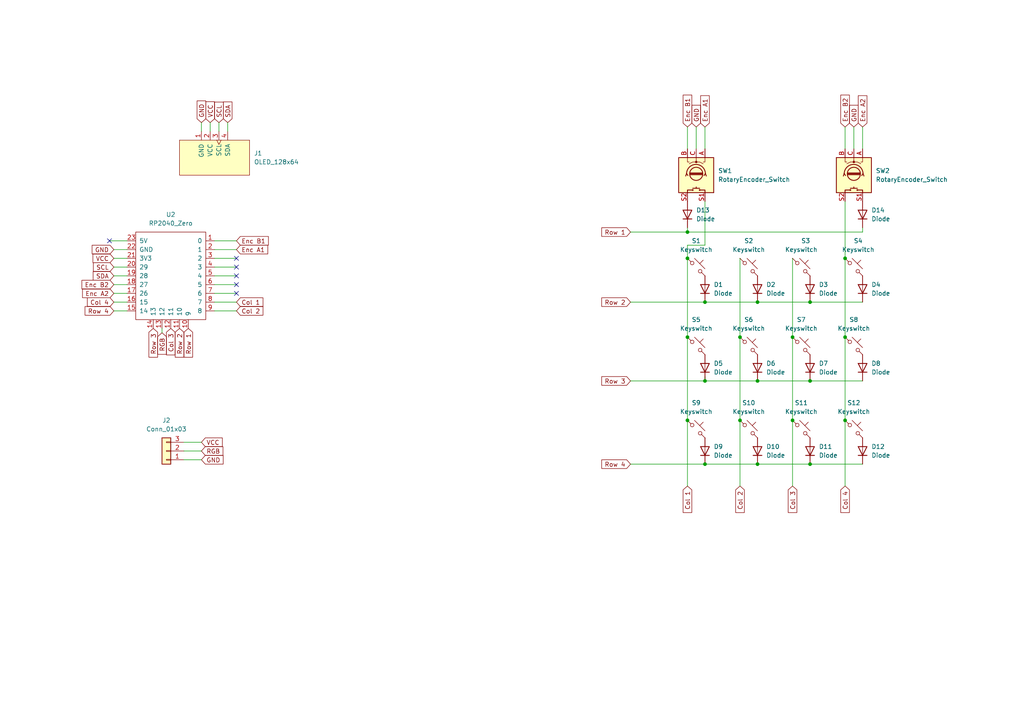
<source format=kicad_sch>
(kicad_sch (version 20250114) (generator "eeschema") (generator_version "9.0")
  (paper "A4")
  (lib_symbols
    (symbol "Connector_Generic:Conn_01x03" (pin_names (offset 1.016) (hide yes))
      (property "Reference" "J" (at 0 5.08 0))
      (property "Value" "Conn_01x03" (at 0 -5.08 0))
      (symbol "Conn_01x03_1_1"
        (rectangle (start -1.27 3.81) (end 1.27 -3.81) (stroke (width 0.254)) (fill (type background)))
        (rectangle (start -1.27 2.667) (end 0 2.413) (stroke (width 0.1524)))
        (rectangle (start -1.27 0.127) (end 0 -0.127) (stroke (width 0.1524)))
        (rectangle (start -1.27 -2.413) (end 0 -2.667) (stroke (width 0.1524)))
        (pin passive line (at -5.08 2.54 0) (length 3.81) (name "Pin_1") (number "1"))
        (pin passive line (at -5.08 0 0) (length 3.81) (name "Pin_2") (number "2"))
        (pin passive line (at -5.08 -2.54 0) (length 3.81) (name "Pin_3") (number "3"))
      )
    )
    (symbol "Device:RotaryEncoder_Switch" (pin_names (offset 0.254) (hide yes))
      (property "Reference" "SW" (at 0 6.604 0))
      (property "Value" "RotaryEncoder_Switch" (at 0 -6.604 0))
      (symbol "RotaryEncoder_Switch_0_1"
        (rectangle (start -5.08 5.08) (end 5.08 -5.08) (stroke (width 0.254)) (fill (type background)))
        (polyline (pts (xy -5.08 2.54) (xy -3.81 2.54) (xy -3.81 2.032)))
        (polyline (pts (xy -5.08 0) (xy -3.81 0) (xy -3.81 -1.016) (xy -3.302 -2.032)))
        (polyline (pts (xy -5.08 -2.54) (xy -3.81 -2.54) (xy -3.81 -2.032)))
        (polyline (pts (xy -4.318 0) (xy -3.81 0) (xy -3.81 1.016) (xy -3.302 2.032)))
        (circle (center -3.81 0) (radius 0.254) (fill (type outline)))
        (polyline (pts (xy -0.635 -1.778) (xy -0.635 1.778)) (stroke (width 0.254)))
        (circle (center -0.381 0) (radius 1.905) (stroke (width 0.254)))
        (polyline (pts (xy -0.381 -1.778) (xy -0.381 1.778)) (stroke (width 0.254)))
        (arc (start -0.381 -2.794) (mid -3.0988 -0.0635) (end -0.381 2.667) (stroke (width 0.254)))
        (polyline (pts (xy -0.127 1.778) (xy -0.127 -1.778)) (stroke (width 0.254)))
        (polyline (pts (xy 0.254 2.921) (xy -0.508 2.667) (xy 0.127 2.286)) (stroke (width 0.254)))
        (polyline (pts (xy 0.254 -3.048) (xy -0.508 -2.794) (xy 0.127 -2.413)) (stroke (width 0.254)))
        (polyline (pts (xy 3.81 1.016) (xy 3.81 -1.016)) (stroke (width 0.254)))
        (polyline (pts (xy 3.81 0) (xy 3.429 0)) (stroke (width 0.254)))
        (circle (center 4.318 1.016) (radius 0.127) (stroke (width 0.254)))
        (circle (center 4.318 -1.016) (radius 0.127) (stroke (width 0.254)))
        (polyline (pts (xy 5.08 2.54) (xy 4.318 2.54) (xy 4.318 1.016)) (stroke (width 0.254)))
        (polyline (pts (xy 5.08 -2.54) (xy 4.318 -2.54) (xy 4.318 -1.016)) (stroke (width 0.254)))
      )
      (symbol "RotaryEncoder_Switch_1_1"
        (pin passive line (at -7.62 2.54 0) (length 2.54) (name "A") (number "A"))
        (pin passive line (at -7.62 0 0) (length 2.54) (name "C") (number "C"))
        (pin passive line (at -7.62 -2.54 0) (length 2.54) (name "B") (number "B"))
        (pin passive line (at 7.62 2.54 180) (length 2.54) (name "S1") (number "S1"))
        (pin passive line (at 7.62 -2.54 180) (length 2.54) (name "S2") (number "S2"))
      )
    )
    (symbol "ScottoKeebs:MCU_RP2040_Zero" (pin_names (offset 1.016))
      (property "Reference" "U" (at 0 15.24 0))
      (property "Value" "RP2040_Zero" (at 0 12.7 0))
      (symbol "MCU_RP2040_Zero_0_1"
        (rectangle (start -10.16 11.43) (end 10.16 -13.97))
      )
      (symbol "MCU_RP2040_Zero_1_1"
        (pin power_out line (at -12.7 8.89 0) (length 2.54) (name "5V") (number "23"))
        (pin power_out line (at -12.7 6.35 0) (length 2.54) (name "GND") (number "22"))
        (pin power_out line (at -12.7 3.81 0) (length 2.54) (name "3V3") (number "21"))
        (pin bidirectional line (at -12.7 1.27 0) (length 2.54) (name "29") (number "20"))
        (pin bidirectional line (at -12.7 -1.27 0) (length 2.54) (name "28") (number "19"))
        (pin bidirectional line (at -12.7 -3.81 0) (length 2.54) (name "27") (number "18"))
        (pin bidirectional line (at -12.7 -6.35 0) (length 2.54) (name "26") (number "17"))
        (pin bidirectional line (at -12.7 -8.89 0) (length 2.54) (name "15") (number "16"))
        (pin bidirectional line (at -12.7 -11.43 0) (length 2.54) (name "14") (number "15"))
        (pin bidirectional line (at -5.08 -16.51 90) (length 2.54) (name "13") (number "14"))
        (pin bidirectional line (at -2.54 -16.51 90) (length 2.54) (name "12") (number "13"))
        (pin bidirectional line (at 0 -16.51 90) (length 2.54) (name "11") (number "12"))
        (pin bidirectional line (at 2.54 -16.51 90) (length 2.54) (name "10") (number "11"))
        (pin bidirectional line (at 5.08 -16.51 90) (length 2.54) (name "9") (number "10"))
        (pin bidirectional line (at 12.7 8.89 180) (length 2.54) (name "0") (number "1"))
        (pin bidirectional line (at 12.7 6.35 180) (length 2.54) (name "1") (number "2"))
        (pin bidirectional line (at 12.7 3.81 180) (length 2.54) (name "2") (number "3"))
        (pin bidirectional line (at 12.7 1.27 180) (length 2.54) (name "3") (number "4"))
        (pin bidirectional line (at 12.7 -1.27 180) (length 2.54) (name "4") (number "5"))
        (pin bidirectional line (at 12.7 -3.81 180) (length 2.54) (name "5") (number "6"))
        (pin bidirectional line (at 12.7 -6.35 180) (length 2.54) (name "6") (number "7"))
        (pin bidirectional line (at 12.7 -8.89 180) (length 2.54) (name "7") (number "8"))
        (pin bidirectional line (at 12.7 -11.43 180) (length 2.54) (name "8") (number "9"))
      )
    )
    (symbol "ScottoKeebs:OLED_128x64" (pin_names (offset 1.016))
      (property "Reference" "J" (at 0 -11.43 0))
      (property "Value" "OLED_128x64" (at 0 -7.62 0))
      (symbol "OLED_128x64_0_1"
        (rectangle (start 10.16 -10.16) (end -10.16 0) (fill (type background)))
      )
      (symbol "OLED_128x64_1_1"
        (pin power_in line (at -3.81 2.54 270) (length 2.54) (name "GND") (number "1"))
        (pin power_in line (at -1.27 2.54 270) (length 2.54) (name "VCC") (number "2"))
        (pin input clock (at 1.27 2.54 270) (length 2.54) (name "SCL") (number "3"))
        (pin bidirectional line (at 3.81 2.54 270) (length 2.54) (name "SDA") (number "4"))
      )
    )
    (symbol "ScottoKeebs:Placeholder_Diode" (pin_numbers (hide yes)) (pin_names (hide yes))
      (property "Reference" "D" (at 0 2.54 0))
      (property "Value" "Diode" (at 0 -2.54 0))
      (symbol "Placeholder_Diode_0_1"
        (polyline (pts (xy -1.27 1.27) (xy -1.27 -1.27)) (stroke (width 0.254)))
        (polyline (pts (xy 1.27 1.27) (xy 1.27 -1.27) (xy -1.27 0) (xy 1.27 1.27)) (stroke (width 0.254)))
        (polyline (pts (xy 1.27 0) (xy -1.27 0)))
      )
      (symbol "Placeholder_Diode_1_1"
        (pin passive line (at -3.81 0 0) (length 2.54) (name "K") (number "1"))
        (pin passive line (at 3.81 0 180) (length 2.54) (name "A") (number "2"))
      )
    )
    (symbol "ScottoKeebs:Placeholder_Keyswitch" (pin_numbers (hide yes)) (pin_names (offset 1.016) (hide yes))
      (property "Reference" "S" (at 3.048 1.016 0))
      (property "Value" "Keyswitch" (at 0 -3.81 0))
      (symbol "Placeholder_Keyswitch_0_1"
        (polyline (pts (xy -2.54 2.54) (xy -1.524 1.524) (xy -1.524 1.524)))
        (circle (center -1.1684 1.1684) (radius 0.508))
        (polyline (pts (xy -0.508 2.54) (xy 2.54 -0.508)))
        (polyline (pts (xy 1.016 1.016) (xy 2.032 2.032)))
        (circle (center 1.143 -1.1938) (radius 0.508))
        (polyline (pts (xy 1.524 -1.524) (xy 2.54 -2.54) (xy 2.54 -2.54) (xy 2.54 -2.54)))
        (pin passive line (at -2.54 2.54 0) (length 0) (name "1") (number "1"))
        (pin passive line (at 2.54 -2.54 180) (length 0) (name "2") (number "2"))
      )
    )
  )
  (junction (at 219.71 134.62))
  (junction (at 214.63 97.79))
  (junction (at 204.47 134.62))
  (junction (at 234.95 134.62))
  (junction (at 219.71 110.49))
  (junction (at 204.47 87.63))
  (junction (at 199.39 74.93))
  (junction (at 229.87 97.79))
  (junction (at 214.63 121.92))
  (junction (at 204.47 110.49))
  (junction (at 199.39 121.92))
  (junction (at 219.71 87.63))
  (junction (at 234.95 87.63))
  (junction (at 199.39 97.79))
  (junction (at 199.39 67.31))
  (junction (at 229.87 121.92))
  (junction (at 245.11 121.92))
  (junction (at 245.11 74.93))
  (junction (at 234.95 110.49))
  (junction (at 245.11 97.79))
  (no_connect (at 68.58 85.09))
  (no_connect (at 68.58 74.93))
  (no_connect (at 31.75 69.85))
  (no_connect (at 68.58 80.01))
  (no_connect (at 68.58 77.47))
  (no_connect (at 68.58 82.55))
  (wire (pts (xy 229.87 74.93) (xy 229.87 97.79)))
  (wire (pts (xy 62.23 90.17) (xy 68.58 90.17)))
  (wire (pts (xy 62.23 69.85) (xy 68.58 69.85)))
  (wire (pts (xy 60.96 35.56) (xy 60.96 38.1)))
  (wire (pts (xy 62.23 87.63) (xy 68.58 87.63)))
  (wire (pts (xy 182.88 110.49) (xy 204.47 110.49)))
  (wire (pts (xy 204.47 58.42) (xy 204.47 71.12)))
  (wire (pts (xy 204.47 110.49) (xy 219.71 110.49)))
  (wire (pts (xy 204.47 134.62) (xy 219.71 134.62)))
  (wire (pts (xy 245.11 140.97) (xy 245.11 121.92)))
  (wire (pts (xy 33.02 87.63) (xy 36.83 87.63)))
  (wire (pts (xy 234.95 134.62) (xy 250.19 134.62)))
  (wire (pts (xy 53.34 133.35) (xy 58.42 133.35)))
  (wire (pts (xy 229.87 97.79) (xy 229.87 121.92)))
  (wire (pts (xy 199.39 36.83) (xy 199.39 43.18)))
  (wire (pts (xy 199.39 74.93) (xy 199.39 97.79)))
  (wire (pts (xy 219.71 134.62) (xy 234.95 134.62)))
  (wire (pts (xy 250.19 36.83) (xy 250.19 43.18)))
  (wire (pts (xy 33.02 90.17) (xy 36.83 90.17)))
  (wire (pts (xy 199.39 71.12) (xy 199.39 74.93)))
  (wire (pts (xy 33.02 74.93) (xy 36.83 74.93)))
  (wire (pts (xy 62.23 74.93) (xy 68.58 74.93)))
  (wire (pts (xy 214.63 140.97) (xy 214.63 121.92)))
  (wire (pts (xy 58.42 35.56) (xy 58.42 38.1)))
  (wire (pts (xy 219.71 87.63) (xy 234.95 87.63)))
  (wire (pts (xy 62.23 77.47) (xy 68.58 77.47)))
  (wire (pts (xy 250.19 67.31) (xy 250.19 66.04)))
  (wire (pts (xy 245.11 36.83) (xy 245.11 43.18)))
  (wire (pts (xy 33.02 77.47) (xy 36.83 77.47)))
  (wire (pts (xy 182.88 134.62) (xy 204.47 134.62)))
  (wire (pts (xy 234.95 110.49) (xy 250.19 110.49)))
  (wire (pts (xy 199.39 97.79) (xy 199.39 121.92)))
  (wire (pts (xy 53.34 130.81) (xy 58.42 130.81)))
  (wire (pts (xy 199.39 140.97) (xy 199.39 121.92)))
  (wire (pts (xy 214.63 74.93) (xy 214.63 97.79)))
  (wire (pts (xy 245.11 74.93) (xy 245.11 97.79)))
  (wire (pts (xy 247.65 36.83) (xy 247.65 43.18)))
  (wire (pts (xy 62.23 80.01) (xy 68.58 80.01)))
  (wire (pts (xy 33.02 72.39) (xy 36.83 72.39)))
  (wire (pts (xy 201.93 36.83) (xy 201.93 43.18)))
  (wire (pts (xy 204.47 87.63) (xy 219.71 87.63)))
  (wire (pts (xy 204.47 109.22) (xy 204.47 110.49)))
  (wire (pts (xy 63.5 35.56) (xy 63.5 38.1)))
  (wire (pts (xy 204.47 71.12) (xy 199.39 71.12)))
  (wire (pts (xy 214.63 97.79) (xy 214.63 121.92)))
  (wire (pts (xy 66.04 35.56) (xy 66.04 38.1)))
  (wire (pts (xy 46.99 95.25) (xy 46.99 96.52)))
  (wire (pts (xy 62.23 72.39) (xy 68.58 72.39)))
  (wire (pts (xy 33.02 85.09) (xy 36.83 85.09)))
  (wire (pts (xy 62.23 85.09) (xy 68.58 85.09)))
  (wire (pts (xy 62.23 82.55) (xy 68.58 82.55)))
  (wire (pts (xy 33.02 80.01) (xy 36.83 80.01)))
  (wire (pts (xy 31.75 69.85) (xy 36.83 69.85)))
  (wire (pts (xy 245.11 97.79) (xy 245.11 121.92)))
  (wire (pts (xy 53.34 128.27) (xy 58.42 128.27)))
  (wire (pts (xy 204.47 36.83) (xy 204.47 43.18)))
  (wire (pts (xy 182.88 67.31) (xy 199.39 67.31)))
  (wire (pts (xy 199.39 66.04) (xy 199.39 67.31)))
  (wire (pts (xy 199.39 67.31) (xy 250.19 67.31)))
  (wire (pts (xy 219.71 110.49) (xy 234.95 110.49)))
  (wire (pts (xy 182.88 87.63) (xy 204.47 87.63)))
  (wire (pts (xy 245.11 58.42) (xy 245.11 74.93)))
  (wire (pts (xy 33.02 82.55) (xy 36.83 82.55)))
  (wire (pts (xy 229.87 121.92) (xy 229.87 140.97)))
  (wire (pts (xy 234.95 87.63) (xy 250.19 87.63)))
  (global_label "Row 3" (shape input) (at 182.88 110.49 180) (property "Intersheetrefs" "${INTERSHEET_REFS}" (effects (hide yes))))
  (global_label "Enc B1" (shape input) (at 68.58 69.85 0) (property "Intersheetrefs" "${INTERSHEET_REFS}" (effects (hide yes))))
  (global_label "SCL" (shape input) (at 63.5 35.56 90) (property "Intersheetrefs" "${INTERSHEET_REFS}" (effects (hide yes))))
  (global_label "Enc B1" (shape input) (at 199.39 36.83 90) (property "Intersheetrefs" "${INTERSHEET_REFS}" (effects (hide yes))))
  (global_label "Row 1" (shape input) (at 182.88 67.31 180) (property "Intersheetrefs" "${INTERSHEET_REFS}" (effects (hide yes))))
  (global_label "Col 3" (shape input) (at 229.87 140.97 270) (property "Intersheetrefs" "${INTERSHEET_REFS}" (effects (hide yes))))
  (global_label "Col 1" (shape input) (at 199.39 140.97 270) (property "Intersheetrefs" "${INTERSHEET_REFS}" (effects (hide yes))))
  (global_label "Row 2" (shape input) (at 182.88 87.63 180) (property "Intersheetrefs" "${INTERSHEET_REFS}" (effects (hide yes))))
  (global_label "Enc A2" (shape input) (at 250.19 36.83 90) (property "Intersheetrefs" "${INTERSHEET_REFS}" (effects (hide yes))))
  (global_label "VCC" (shape input) (at 58.42 128.27 0) (property "Intersheetrefs" "${INTERSHEET_REFS}" (effects (hide yes))))
  (global_label "VCC" (shape input) (at 60.96 35.56 90) (property "Intersheetrefs" "${INTERSHEET_REFS}" (effects (hide yes))))
  (global_label "Enc A1" (shape input) (at 68.58 72.39 0) (property "Intersheetrefs" "${INTERSHEET_REFS}" (effects (hide yes))))
  (global_label "Col 2" (shape input) (at 214.63 140.97 270) (property "Intersheetrefs" "${INTERSHEET_REFS}" (effects (hide yes))))
  (global_label "Col 4" (shape input) (at 33.02 87.63 180) (property "Intersheetrefs" "${INTERSHEET_REFS}" (effects (hide yes))))
  (global_label "GND" (shape input) (at 58.42 133.35 0) (property "Intersheetrefs" "${INTERSHEET_REFS}" (effects (hide yes))))
  (global_label "SDA" (shape input) (at 33.02 80.01 180) (property "Intersheetrefs" "${INTERSHEET_REFS}" (effects (hide yes))))
  (global_label "GND" (shape input) (at 33.02 72.39 180) (property "Intersheetrefs" "${INTERSHEET_REFS}" (effects (hide yes))))
  (global_label "Col 4" (shape input) (at 245.11 140.97 270) (property "Intersheetrefs" "${INTERSHEET_REFS}" (effects (hide yes))))
  (global_label "Enc A1" (shape input) (at 204.47 36.83 90) (property "Intersheetrefs" "${INTERSHEET_REFS}" (effects (hide yes))))
  (global_label "VCC" (shape input) (at 33.02 74.93 180) (property "Intersheetrefs" "${INTERSHEET_REFS}" (effects (hide yes))))
  (global_label "Enc B2" (shape input) (at 245.11 36.83 90) (property "Intersheetrefs" "${INTERSHEET_REFS}" (effects (hide yes))))
  (global_label "Row 4" (shape input) (at 33.02 90.17 180) (property "Intersheetrefs" "${INTERSHEET_REFS}" (effects (hide yes))))
  (global_label "Enc A2" (shape input) (at 33.02 85.09 180) (property "Intersheetrefs" "${INTERSHEET_REFS}" (effects (hide yes))))
  (global_label "Row 2" (shape input) (at 52.07 95.25 270) (property "Intersheetrefs" "${INTERSHEET_REFS}" (effects (hide yes))))
  (global_label "Col 2" (shape input) (at 68.58 90.17 0) (property "Intersheetrefs" "${INTERSHEET_REFS}" (effects (hide yes))))
  (global_label "Col 1" (shape input) (at 68.58 87.63 0) (property "Intersheetrefs" "${INTERSHEET_REFS}" (effects (hide yes))))
  (global_label "RGB" (shape input) (at 58.42 130.81 0) (property "Intersheetrefs" "${INTERSHEET_REFS}" (effects (hide yes))))
  (global_label "Row 1" (shape input) (at 54.61 95.25 270) (property "Intersheetrefs" "${INTERSHEET_REFS}" (effects (hide yes))))
  (global_label "SDA" (shape input) (at 66.04 35.56 90) (property "Intersheetrefs" "${INTERSHEET_REFS}" (effects (hide yes))))
  (global_label "Row 4" (shape input) (at 182.88 134.62 180) (property "Intersheetrefs" "${INTERSHEET_REFS}" (effects (hide yes))))
  (global_label "Col 3" (shape input) (at 49.53 95.25 270) (property "Intersheetrefs" "${INTERSHEET_REFS}" (effects (hide yes))))
  (global_label "GND" (shape input) (at 201.93 36.83 90) (property "Intersheetrefs" "${INTERSHEET_REFS}" (effects (hide yes))))
  (global_label "Row 3" (shape input) (at 44.45 95.25 270) (property "Intersheetrefs" "${INTERSHEET_REFS}" (effects (hide yes))))
  (global_label "RGB" (shape input) (at 46.99 96.52 270) (property "Intersheetrefs" "${INTERSHEET_REFS}" (effects (hide yes))))
  (global_label "GND" (shape input) (at 247.65 36.83 90) (property "Intersheetrefs" "${INTERSHEET_REFS}" (effects (hide yes))))
  (global_label "Enc B2" (shape input) (at 33.02 82.55 180) (property "Intersheetrefs" "${INTERSHEET_REFS}" (effects (hide yes))))
  (global_label "GND" (shape input) (at 58.42 35.56 90) (property "Intersheetrefs" "${INTERSHEET_REFS}" (effects (hide yes))))
  (global_label "SCL" (shape input) (at 33.02 77.47 180) (property "Intersheetrefs" "${INTERSHEET_REFS}" (effects (hide yes))))
  (symbol (lib_id "ScottoKeebs:Placeholder_Keyswitch") (at 232.41 100.33 0) (unit 1)
    (property "Reference" "S7" (at 232.41 92.71 0))
    (property "Value" "Keyswitch" (at 232.41 95.25 0))
    (property "Footprint" "ScottoKeebs_Hotswap:Hotswap_MX_1.00u" (effects (hide yes)))
    (property "Description" "Push button switch, normally open, two pins, 45° tilted" (effects (hide yes)))
  )
  (symbol (lib_id "ScottoKeebs:Placeholder_Keyswitch") (at 201.93 77.47 0) (unit 1)
    (property "Reference" "S1" (at 201.93 69.85 0))
    (property "Value" "Keyswitch" (at 201.93 72.39 0))
    (property "Footprint" "ScottoKeebs_Hotswap:Hotswap_MX_1.00u" (effects (hide yes)))
    (property "Description" "Push button switch, normally open, two pins, 45° tilted" (effects (hide yes)))
  )
  (symbol (lib_id "ScottoKeebs:Placeholder_Diode") (at 199.39 62.23 90) (unit 1)
    (property "Reference" "D13" (at 201.93 60.9599 90) (effects (justify right)))
    (property "Value" "Diode" (at 201.93 63.4999 90) (effects (justify right)))
    (property "Footprint" "ScottoKeebs_Components:Diode_DO-35" (effects (hide yes)))
    (property "Description" "1N4148 (DO-35) or 1N4148W (SOD-123)" (effects (hide yes)))
    (property "Sim.Device" "D" (effects (hide yes)))
    (property "Sim.Pins" "1=K 2=A" (effects (hide yes)))
  )
  (symbol (lib_id "ScottoKeebs:OLED_128x64") (at 62.23 40.64 0) (unit 1)
    (property "Reference" "J1" (at 73.66 44.4499 0) (effects (justify left)))
    (property "Value" "OLED_128x64" (at 73.66 46.9899 0) (effects (justify left)))
    (property "Footprint" "ScottoKeebs_Components:OLED_128x32" (effects (hide yes)))
  )
  (symbol (lib_id "ScottoKeebs:Placeholder_Keyswitch") (at 201.93 124.46 0) (unit 1)
    (property "Reference" "S9" (at 201.93 116.84 0))
    (property "Value" "Keyswitch" (at 201.93 119.38 0))
    (property "Footprint" "ScottoKeebs_Hotswap:Hotswap_MX_1.00u" (effects (hide yes)))
    (property "Description" "Push button switch, normally open, two pins, 45° tilted" (effects (hide yes)))
  )
  (symbol (lib_id "ScottoKeebs:Placeholder_Keyswitch") (at 247.65 124.46 0) (unit 1)
    (property "Reference" "S12" (at 247.65 116.84 0))
    (property "Value" "Keyswitch" (at 247.65 119.38 0))
    (property "Footprint" "ScottoKeebs_Hotswap:Hotswap_MX_1.00u" (effects (hide yes)))
    (property "Description" "Push button switch, normally open, two pins, 45° tilted" (effects (hide yes)))
  )
  (symbol (lib_id "ScottoKeebs:Placeholder_Diode") (at 219.71 106.68 90) (unit 1)
    (property "Reference" "D6" (at 222.25 105.4099 90) (effects (justify right)))
    (property "Value" "Diode" (at 222.25 107.9499 90) (effects (justify right)))
    (property "Footprint" "ScottoKeebs_Components:Diode_DO-35" (effects (hide yes)))
    (property "Description" "1N4148 (DO-35) or 1N4148W (SOD-123)" (effects (hide yes)))
    (property "Sim.Device" "D" (effects (hide yes)))
    (property "Sim.Pins" "1=K 2=A" (effects (hide yes)))
  )
  (symbol (lib_id "ScottoKeebs:Placeholder_Keyswitch") (at 201.93 100.33 0) (unit 1)
    (property "Reference" "S5" (at 201.93 92.71 0))
    (property "Value" "Keyswitch" (at 201.93 95.25 0))
    (property "Footprint" "ScottoKeebs_Hotswap:Hotswap_MX_1.00u" (effects (hide yes)))
    (property "Description" "Push button switch, normally open, two pins, 45° tilted" (effects (hide yes)))
  )
  (symbol (lib_id "ScottoKeebs:Placeholder_Keyswitch") (at 217.17 77.47 0) (unit 1)
    (property "Reference" "S2" (at 217.17 69.85 0))
    (property "Value" "Keyswitch" (at 217.17 72.39 0))
    (property "Footprint" "ScottoKeebs_Hotswap:Hotswap_MX_1.00u" (effects (hide yes)))
    (property "Description" "Push button switch, normally open, two pins, 45° tilted" (effects (hide yes)))
  )
  (symbol (lib_id "ScottoKeebs:Placeholder_Diode") (at 250.19 106.68 90) (unit 1)
    (property "Reference" "D8" (at 252.73 105.4099 90) (effects (justify right)))
    (property "Value" "Diode" (at 252.73 107.9499 90) (effects (justify right)))
    (property "Footprint" "ScottoKeebs_Components:Diode_DO-35" (effects (hide yes)))
    (property "Description" "1N4148 (DO-35) or 1N4148W (SOD-123)" (effects (hide yes)))
    (property "Sim.Device" "D" (effects (hide yes)))
    (property "Sim.Pins" "1=K 2=A" (effects (hide yes)))
  )
  (symbol (lib_id "ScottoKeebs:Placeholder_Diode") (at 219.71 130.81 90) (unit 1)
    (property "Reference" "D10" (at 222.25 129.5399 90) (effects (justify right)))
    (property "Value" "Diode" (at 222.25 132.0799 90) (effects (justify right)))
    (property "Footprint" "ScottoKeebs_Components:Diode_DO-35" (effects (hide yes)))
    (property "Description" "1N4148 (DO-35) or 1N4148W (SOD-123)" (effects (hide yes)))
    (property "Sim.Device" "D" (effects (hide yes)))
    (property "Sim.Pins" "1=K 2=A" (effects (hide yes)))
  )
  (symbol (lib_id "Connector_Generic:Conn_01x03") (at 48.26 130.81 180) (unit 1)
    (property "Reference" "J2" (at 48.26 121.92 0))
    (property "Value" "Conn_01x03" (at 48.26 124.46 0))
    (property "Footprint" "Connector_PinSocket_2.54mm:PinSocket_1x03_P2.54mm_Vertical" (effects (hide yes)))
    (property "Description" "Generic connector, single row, 01x03, script generated (kicad-library-utils/schlib/autogen/connector/)" (effects (hide yes)))
  )
  (symbol (lib_id "ScottoKeebs:Placeholder_Diode") (at 234.95 130.81 90) (unit 1)
    (property "Reference" "D11" (at 237.49 129.5399 90) (effects (justify right)))
    (property "Value" "Diode" (at 237.49 132.0799 90) (effects (justify right)))
    (property "Footprint" "ScottoKeebs_Components:Diode_DO-35" (effects (hide yes)))
    (property "Description" "1N4148 (DO-35) or 1N4148W (SOD-123)" (effects (hide yes)))
    (property "Sim.Device" "D" (effects (hide yes)))
    (property "Sim.Pins" "1=K 2=A" (effects (hide yes)))
  )
  (symbol (lib_id "ScottoKeebs:Placeholder_Keyswitch") (at 247.65 100.33 0) (unit 1)
    (property "Reference" "S8" (at 247.65 92.71 0))
    (property "Value" "Keyswitch" (at 247.65 95.25 0))
    (property "Footprint" "ScottoKeebs_Hotswap:Hotswap_MX_1.00u" (effects (hide yes)))
    (property "Description" "Push button switch, normally open, two pins, 45° tilted" (effects (hide yes)))
  )
  (symbol (lib_id "ScottoKeebs:Placeholder_Diode") (at 250.19 62.23 90) (unit 1)
    (property "Reference" "D14" (at 252.73 60.9599 90) (effects (justify right)))
    (property "Value" "Diode" (at 252.73 63.4999 90) (effects (justify right)))
    (property "Footprint" "ScottoKeebs_Components:Diode_DO-35" (effects (hide yes)))
    (property "Description" "1N4148 (DO-35) or 1N4148W (SOD-123)" (effects (hide yes)))
    (property "Sim.Device" "D" (effects (hide yes)))
    (property "Sim.Pins" "1=K 2=A" (effects (hide yes)))
  )
  (symbol (lib_id "ScottoKeebs:Placeholder_Keyswitch") (at 217.17 124.46 0) (unit 1)
    (property "Reference" "S10" (at 217.17 116.84 0))
    (property "Value" "Keyswitch" (at 217.17 119.38 0))
    (property "Footprint" "ScottoKeebs_Hotswap:Hotswap_MX_1.00u" (effects (hide yes)))
    (property "Description" "Push button switch, normally open, two pins, 45° tilted" (effects (hide yes)))
  )
  (symbol (lib_id "ScottoKeebs:Placeholder_Diode") (at 204.47 106.68 90) (unit 1)
    (property "Reference" "D5" (at 207.01 105.4099 90) (effects (justify right)))
    (property "Value" "Diode" (at 207.01 107.9499 90) (effects (justify right)))
    (property "Footprint" "ScottoKeebs_Components:Diode_DO-35" (effects (hide yes)))
    (property "Description" "1N4148 (DO-35) or 1N4148W (SOD-123)" (effects (hide yes)))
    (property "Sim.Device" "D" (effects (hide yes)))
    (property "Sim.Pins" "1=K 2=A" (effects (hide yes)))
  )
  (symbol (lib_id "ScottoKeebs:Placeholder_Diode") (at 204.47 130.81 90) (unit 1)
    (property "Reference" "D9" (at 207.01 129.5399 90) (effects (justify right)))
    (property "Value" "Diode" (at 207.01 132.0799 90) (effects (justify right)))
    (property "Footprint" "ScottoKeebs_Components:Diode_DO-35" (effects (hide yes)))
    (property "Description" "1N4148 (DO-35) or 1N4148W (SOD-123)" (effects (hide yes)))
    (property "Sim.Device" "D" (effects (hide yes)))
    (property "Sim.Pins" "1=K 2=A" (effects (hide yes)))
  )
  (symbol (lib_id "ScottoKeebs:Placeholder_Diode") (at 234.95 106.68 90) (unit 1)
    (property "Reference" "D7" (at 237.49 105.4099 90) (effects (justify right)))
    (property "Value" "Diode" (at 237.49 107.9499 90) (effects (justify right)))
    (property "Footprint" "ScottoKeebs_Components:Diode_DO-35" (effects (hide yes)))
    (property "Description" "1N4148 (DO-35) or 1N4148W (SOD-123)" (effects (hide yes)))
    (property "Sim.Device" "D" (effects (hide yes)))
    (property "Sim.Pins" "1=K 2=A" (effects (hide yes)))
  )
  (symbol (lib_id "ScottoKeebs:MCU_RP2040_Zero") (at 49.53 78.74 0) (unit 1)
    (property "Reference" "U2" (at 49.53 62.23 0))
    (property "Value" "RP2040_Zero" (at 49.53 64.77 0))
    (property "Footprint" "ScottoKeebs_MCU:RP2040_Zero" (effects (hide yes)))
  )
  (symbol (lib_id "ScottoKeebs:Placeholder_Diode") (at 219.71 83.82 90) (unit 1)
    (property "Reference" "D2" (at 222.25 82.5499 90) (effects (justify right)))
    (property "Value" "Diode" (at 222.25 85.0899 90) (effects (justify right)))
    (property "Footprint" "ScottoKeebs_Components:Diode_DO-35" (effects (hide yes)))
    (property "Description" "1N4148 (DO-35) or 1N4148W (SOD-123)" (effects (hide yes)))
    (property "Sim.Device" "D" (effects (hide yes)))
    (property "Sim.Pins" "1=K 2=A" (effects (hide yes)))
  )
  (symbol (lib_id "ScottoKeebs:Placeholder_Diode") (at 204.47 83.82 90) (unit 1)
    (property "Reference" "D1" (at 207.01 82.5499 90) (effects (justify right)))
    (property "Value" "Diode" (at 207.01 85.0899 90) (effects (justify right)))
    (property "Footprint" "ScottoKeebs_Components:Diode_DO-35" (effects (hide yes)))
    (property "Description" "1N4148 (DO-35) or 1N4148W (SOD-123)" (effects (hide yes)))
    (property "Sim.Device" "D" (effects (hide yes)))
    (property "Sim.Pins" "1=K 2=A" (effects (hide yes)))
  )
  (symbol (lib_id "ScottoKeebs:Placeholder_Keyswitch") (at 247.65 77.47 0) (unit 1)
    (property "Reference" "S4" (at 248.92 69.85 0))
    (property "Value" "Keyswitch" (at 248.92 72.39 0))
    (property "Footprint" "ScottoKeebs_Hotswap:Hotswap_MX_1.00u" (effects (hide yes)))
    (property "Description" "Push button switch, normally open, two pins, 45° tilted" (effects (hide yes)))
  )
  (symbol (lib_id "ScottoKeebs:Placeholder_Keyswitch") (at 232.41 124.46 0) (unit 1)
    (property "Reference" "S11" (at 232.41 116.84 0))
    (property "Value" "Keyswitch" (at 232.41 119.38 0))
    (property "Footprint" "ScottoKeebs_Hotswap:Hotswap_MX_1.00u" (effects (hide yes)))
    (property "Description" "Push button switch, normally open, two pins, 45° tilted" (effects (hide yes)))
  )
  (symbol (lib_id "ScottoKeebs:Placeholder_Diode") (at 234.95 83.82 90) (unit 1)
    (property "Reference" "D3" (at 237.49 82.5499 90) (effects (justify right)))
    (property "Value" "Diode" (at 237.49 85.0899 90) (effects (justify right)))
    (property "Footprint" "ScottoKeebs_Components:Diode_DO-35" (effects (hide yes)))
    (property "Description" "1N4148 (DO-35) or 1N4148W (SOD-123)" (effects (hide yes)))
    (property "Sim.Device" "D" (effects (hide yes)))
    (property "Sim.Pins" "1=K 2=A" (effects (hide yes)))
  )
  (symbol (lib_id "Device:RotaryEncoder_Switch") (at 247.65 50.8 270) (unit 1)
    (property "Reference" "SW2" (at 254 49.5299 90) (effects (justify left)))
    (property "Value" "RotaryEncoder_Switch" (at 254 52.0699 90) (effects (justify left)))
    (property "Footprint" "ScottoKeebs_Scotto:Encoder_EC11_MX" (effects (hide yes)))
    (property "Description" "Rotary encoder, dual channel, incremental quadrate outputs, with switch" (effects (hide yes)))
  )
  (symbol (lib_id "ScottoKeebs:Placeholder_Keyswitch") (at 232.41 77.47 0) (unit 1)
    (property "Reference" "S3" (at 233.68 69.85 0))
    (property "Value" "Keyswitch" (at 232.41 72.39 0))
    (property "Footprint" "ScottoKeebs_Hotswap:Hotswap_MX_1.00u" (effects (hide yes)))
    (property "Description" "Push button switch, normally open, two pins, 45° tilted" (effects (hide yes)))
  )
  (symbol (lib_id "Device:RotaryEncoder_Switch") (at 201.93 50.8 270) (unit 1)
    (property "Reference" "SW1" (at 208.28 49.5299 90) (effects (justify left)))
    (property "Value" "RotaryEncoder_Switch" (at 208.28 52.0699 90) (effects (justify left)))
    (property "Footprint" "ScottoKeebs_Scotto:Encoder_EC11_MX" (effects (hide yes)))
    (property "Description" "Rotary encoder, dual channel, incremental quadrate outputs, with switch" (effects (hide yes)))
  )
  (symbol (lib_id "ScottoKeebs:Placeholder_Diode") (at 250.19 130.81 90) (unit 1)
    (property "Reference" "D12" (at 252.73 129.5399 90) (effects (justify right)))
    (property "Value" "Diode" (at 252.73 132.0799 90) (effects (justify right)))
    (property "Footprint" "ScottoKeebs_Components:Diode_DO-35" (effects (hide yes)))
    (property "Description" "1N4148 (DO-35) or 1N4148W (SOD-123)" (effects (hide yes)))
    (property "Sim.Device" "D" (effects (hide yes)))
    (property "Sim.Pins" "1=K 2=A" (effects (hide yes)))
  )
  (symbol (lib_id "ScottoKeebs:Placeholder_Diode") (at 250.19 83.82 90) (unit 1)
    (property "Reference" "D4" (at 252.73 82.5499 90) (effects (justify right)))
    (property "Value" "Diode" (at 252.73 85.0899 90) (effects (justify right)))
    (property "Footprint" "ScottoKeebs_Components:Diode_DO-35" (effects (hide yes)))
    (property "Description" "1N4148 (DO-35) or 1N4148W (SOD-123)" (effects (hide yes)))
    (property "Sim.Device" "D" (effects (hide yes)))
    (property "Sim.Pins" "1=K 2=A" (effects (hide yes)))
  )
  (symbol (lib_id "ScottoKeebs:Placeholder_Keyswitch") (at 217.17 100.33 0) (unit 1)
    (property "Reference" "S6" (at 217.17 92.71 0))
    (property "Value" "Keyswitch" (at 217.17 95.25 0))
    (property "Footprint" "ScottoKeebs_Hotswap:Hotswap_MX_1.00u" (effects (hide yes)))
    (property "Description" "Push button switch, normally open, two pins, 45° tilted" (effects (hide yes)))
  )
)
</source>
